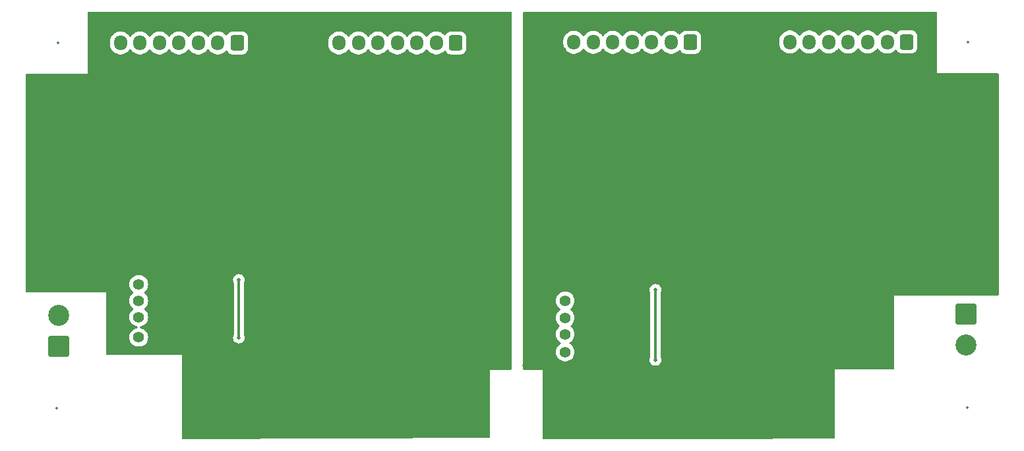
<source format=gbr>
%TF.GenerationSoftware,KiCad,Pcbnew,8.0.4*%
%TF.CreationDate,2024-09-13T15:55:04+09:00*%
%TF.ProjectId,LTC6811_ESP32_Slaves_V5,4c544336-3831-4315-9f45-535033325f53,rev?*%
%TF.SameCoordinates,Original*%
%TF.FileFunction,Copper,L2,Bot*%
%TF.FilePolarity,Positive*%
%FSLAX46Y46*%
G04 Gerber Fmt 4.6, Leading zero omitted, Abs format (unit mm)*
G04 Created by KiCad (PCBNEW 8.0.4) date 2024-09-13 15:55:04*
%MOMM*%
%LPD*%
G01*
G04 APERTURE LIST*
G04 Aperture macros list*
%AMRoundRect*
0 Rectangle with rounded corners*
0 $1 Rounding radius*
0 $2 $3 $4 $5 $6 $7 $8 $9 X,Y pos of 4 corners*
0 Add a 4 corners polygon primitive as box body*
4,1,4,$2,$3,$4,$5,$6,$7,$8,$9,$2,$3,0*
0 Add four circle primitives for the rounded corners*
1,1,$1+$1,$2,$3*
1,1,$1+$1,$4,$5*
1,1,$1+$1,$6,$7*
1,1,$1+$1,$8,$9*
0 Add four rect primitives between the rounded corners*
20,1,$1+$1,$2,$3,$4,$5,0*
20,1,$1+$1,$4,$5,$6,$7,0*
20,1,$1+$1,$6,$7,$8,$9,0*
20,1,$1+$1,$8,$9,$2,$3,0*%
G04 Aperture macros list end*
%TA.AperFunction,ComponentPad*%
%ADD10RoundRect,0.250001X-1.099999X1.099999X-1.099999X-1.099999X1.099999X-1.099999X1.099999X1.099999X0*%
%TD*%
%TA.AperFunction,ComponentPad*%
%ADD11C,2.700000*%
%TD*%
%TA.AperFunction,ComponentPad*%
%ADD12C,1.400000*%
%TD*%
%TA.AperFunction,ComponentPad*%
%ADD13O,1.400000X1.400000*%
%TD*%
%TA.AperFunction,ComponentPad*%
%ADD14O,1.700000X1.950000*%
%TD*%
%TA.AperFunction,ComponentPad*%
%ADD15RoundRect,0.250000X0.600000X0.725000X-0.600000X0.725000X-0.600000X-0.725000X0.600000X-0.725000X0*%
%TD*%
%TA.AperFunction,ComponentPad*%
%ADD16RoundRect,0.250001X1.099999X-1.099999X1.099999X1.099999X-1.099999X1.099999X-1.099999X-1.099999X0*%
%TD*%
%TA.AperFunction,ViaPad*%
%ADD17C,0.800000*%
%TD*%
%TA.AperFunction,ViaPad*%
%ADD18C,0.500000*%
%TD*%
%TA.AperFunction,Conductor*%
%ADD19C,0.300000*%
%TD*%
%ADD20C,0.350000*%
%ADD21C,0.300000*%
G04 APERTURE END LIST*
D10*
%TO.P,J9,1,Pin_1*%
%TO.N,Net-(J9-Pin_1)*%
X355750000Y-153950572D03*
D11*
%TO.P,J9,2,Pin_2*%
%TO.N,Net-(J9-Pin_2)*%
X355750000Y-157910572D03*
%TD*%
D12*
%TO.P,TH19,1*%
%TO.N,/LTC6811_4/T4*%
X304295000Y-154400000D03*
D13*
%TO.P,TH19,2*%
%TO.N,GND_PACK*%
X306195000Y-154400000D03*
%TD*%
D14*
%TO.P,J15,0,Pin_1*%
%TO.N,/LTC6811_3/C1_G*%
X247200000Y-119041928D03*
%TO.P,J15,1,Pin_2*%
%TO.N,/LTC6811_3/C1*%
X249700000Y-119041928D03*
%TO.P,J15,2,Pin_3*%
%TO.N,/LTC6811_3/C2*%
X252200000Y-119041928D03*
%TO.P,J15,3,Pin_4*%
%TO.N,/LTC6811_3/C3*%
X254700000Y-119041928D03*
%TO.P,J15,4,Pin_5*%
%TO.N,/LTC6811_3/C4*%
X257200000Y-119041928D03*
%TO.P,J15,5,Pin_6*%
%TO.N,/LTC6811_3/C5*%
X259700000Y-119041928D03*
D15*
%TO.P,J15,6,Pin_7*%
%TO.N,/LTC6811_3/C6*%
X262200000Y-119041928D03*
%TD*%
D14*
%TO.P,J14,0,Pin_1*%
%TO.N,/LTC6811_3/C6*%
X275250000Y-119041928D03*
%TO.P,J14,1,Pin_2*%
%TO.N,/LTC6811_3/C7*%
X277750000Y-119041928D03*
%TO.P,J14,2,Pin_3*%
%TO.N,/LTC6811_3/C8*%
X280250000Y-119041928D03*
%TO.P,J14,3,Pin_4*%
%TO.N,/LTC6811_3/C9*%
X282750000Y-119041928D03*
%TO.P,J14,4,Pin_5*%
%TO.N,/LTC6811_3/C10*%
X285250000Y-119041928D03*
%TO.P,J14,5,Pin_6*%
%TO.N,/LTC6811_3/C11*%
X287750000Y-119041928D03*
D15*
%TO.P,J14,6,Pin_7*%
%TO.N,/LTC6811_3/C12*%
X290250000Y-119041928D03*
%TD*%
D12*
%TO.P,TH20,1*%
%TO.N,/LTC6811_4/T5*%
X304295000Y-152200000D03*
D13*
%TO.P,TH20,2*%
%TO.N,GND_PACK*%
X306195000Y-152200000D03*
%TD*%
D12*
%TO.P,TH17,1*%
%TO.N,/LTC6811_4/T2*%
X304300000Y-158800000D03*
D13*
%TO.P,TH17,2*%
%TO.N,GND_PACK*%
X306200000Y-158800000D03*
%TD*%
D14*
%TO.P,J17,0,Pin_1*%
%TO.N,/LTC6811_4/C1_G*%
X305400000Y-118958072D03*
%TO.P,J17,1,Pin_2*%
%TO.N,/LTC6811_4/C1*%
X307900000Y-118958072D03*
%TO.P,J17,2,Pin_3*%
%TO.N,/LTC6811_4/C2*%
X310400000Y-118958072D03*
%TO.P,J17,3,Pin_4*%
%TO.N,/LTC6811_4/C3*%
X312900000Y-118958072D03*
%TO.P,J17,4,Pin_5*%
%TO.N,/LTC6811_4/C4*%
X315400000Y-118958072D03*
%TO.P,J17,5,Pin_6*%
%TO.N,/LTC6811_4/C5*%
X317900000Y-118958072D03*
D15*
%TO.P,J17,6,Pin_7*%
%TO.N,/LTC6811_4/C6*%
X320400000Y-118958072D03*
%TD*%
D16*
%TO.P,J22,1,Pin_1*%
%TO.N,Net-(J22-Pin_1)*%
X239300000Y-158057500D03*
D11*
%TO.P,J22,2,Pin_2*%
%TO.N,Net-(J22-Pin_2)*%
X239300000Y-154097500D03*
%TD*%
D12*
%TO.P,TH18,1*%
%TO.N,/LTC6811_4/T3*%
X304300000Y-156500000D03*
D13*
%TO.P,TH18,2*%
%TO.N,GND_PACK*%
X306200000Y-156500000D03*
%TD*%
D12*
%TO.P,TH15,1*%
%TO.N,/LTC6811_3/T5*%
X249545000Y-150100000D03*
D13*
%TO.P,TH15,2*%
%TO.N,GND_PACK*%
X251445000Y-150100000D03*
%TD*%
D14*
%TO.P,J16,0,Pin_1*%
%TO.N,/LTC6811_4/C6*%
X333150000Y-118925000D03*
%TO.P,J16,1,Pin_2*%
%TO.N,/LTC6811_4/C7*%
X335650000Y-118925000D03*
%TO.P,J16,2,Pin_3*%
%TO.N,/LTC6811_4/C8*%
X338150000Y-118925000D03*
%TO.P,J16,3,Pin_4*%
%TO.N,/LTC6811_4/C9*%
X340650000Y-118925000D03*
%TO.P,J16,4,Pin_5*%
%TO.N,/LTC6811_4/C10*%
X343150000Y-118925000D03*
%TO.P,J16,5,Pin_6*%
%TO.N,/LTC6811_4/C11*%
X345650000Y-118925000D03*
D15*
%TO.P,J16,6,Pin_7*%
%TO.N,/LTC6811_4/C12*%
X348150000Y-118925000D03*
%TD*%
D12*
%TO.P,TH12,1*%
%TO.N,/LTC6811_3/T2*%
X249545000Y-156900000D03*
D13*
%TO.P,TH12,2*%
%TO.N,GND_PACK*%
X251445000Y-156900000D03*
%TD*%
D12*
%TO.P,TH13,1*%
%TO.N,/LTC6811_3/T3*%
X249550000Y-154300000D03*
D13*
%TO.P,TH13,2*%
%TO.N,GND_PACK*%
X251450000Y-154300000D03*
%TD*%
D12*
%TO.P,TH14,1*%
%TO.N,/LTC6811_3/T4*%
X249545000Y-152200000D03*
D13*
%TO.P,TH14,2*%
%TO.N,GND_PACK*%
X251445000Y-152200000D03*
%TD*%
D17*
%TO.N,GND_PACK*%
X267250000Y-118141928D03*
X278000000Y-164000000D03*
D18*
X276950000Y-141241928D03*
D17*
X267000000Y-164000000D03*
X359450000Y-127400000D03*
X306000000Y-121958072D03*
X294050000Y-160500000D03*
X244000000Y-148000000D03*
X302000000Y-148000000D03*
X359400000Y-131875000D03*
X330000000Y-154000000D03*
X328000000Y-115958072D03*
X243600000Y-115800000D03*
X257900000Y-148950000D03*
X294050000Y-155041928D03*
X248000000Y-146000000D03*
D18*
X258150000Y-141241928D03*
D17*
X356000000Y-149958072D03*
X265800000Y-155591928D03*
X256000000Y-160000000D03*
D18*
X262850000Y-141241928D03*
D17*
X354000000Y-147958072D03*
X314000000Y-160000000D03*
X324000000Y-117958072D03*
X328000000Y-117958072D03*
X356000000Y-147958072D03*
X324000000Y-168000000D03*
D18*
X311575000Y-141100000D03*
D17*
X235750000Y-136050000D03*
X296050000Y-128041928D03*
X290050000Y-148041928D03*
X269025000Y-151225000D03*
X282050000Y-151241928D03*
X334000000Y-115958072D03*
X295050000Y-140041928D03*
D18*
X344275000Y-141100000D03*
X244050000Y-141241928D03*
D17*
X293000000Y-165000000D03*
X314000000Y-167000000D03*
X328000000Y-119958072D03*
X336000000Y-169500000D03*
X329975000Y-120150000D03*
X278000000Y-168000000D03*
X341975000Y-149000000D03*
X338000000Y-115958072D03*
X318000000Y-168000000D03*
X296050000Y-124041928D03*
X316000000Y-162000000D03*
X235750000Y-140050000D03*
X265800000Y-158300000D03*
X354000000Y-149958072D03*
X350000000Y-147958072D03*
X320000000Y-162000000D03*
X238000000Y-132100000D03*
X344700000Y-148658072D03*
D18*
X253550000Y-141241928D03*
D17*
X259500000Y-148950000D03*
X240000000Y-146000000D03*
X357475000Y-142500000D03*
X269250000Y-120291928D03*
X358000000Y-149958072D03*
X358000000Y-147958072D03*
X322000000Y-154000000D03*
D18*
X330275000Y-141100000D03*
D17*
X263000000Y-164000000D03*
X318000000Y-162000000D03*
X315500000Y-165500000D03*
X274000000Y-168000000D03*
X238000000Y-140041928D03*
X276750000Y-161641928D03*
X296050000Y-136041928D03*
X238000000Y-148000000D03*
X238000000Y-144041928D03*
X303000000Y-167000000D03*
X310000000Y-164000000D03*
X260000000Y-160000000D03*
X290050000Y-146041928D03*
X308000000Y-167000000D03*
X296050000Y-160500000D03*
X280050000Y-168041928D03*
X304000000Y-119958072D03*
X281250000Y-116141928D03*
X276000000Y-164000000D03*
X239250000Y-141141928D03*
X336000000Y-164000000D03*
X352000000Y-149958072D03*
X258000000Y-162000000D03*
X296050000Y-120000000D03*
X242000000Y-146000000D03*
X306775000Y-148000000D03*
X350000000Y-115958072D03*
X274000000Y-164000000D03*
X294050000Y-148041928D03*
X310775000Y-148000000D03*
X273250000Y-116141928D03*
X314775000Y-148000000D03*
X330000000Y-115958072D03*
X235750000Y-132050000D03*
X244000000Y-146000000D03*
X242000000Y-130000000D03*
X301000000Y-160500000D03*
X330700000Y-157658072D03*
X261000000Y-150225000D03*
X239250000Y-144141928D03*
X310000000Y-167000000D03*
X332200000Y-159658072D03*
X326000000Y-154000000D03*
X299200000Y-160500000D03*
X277250000Y-116141928D03*
X242000000Y-128000000D03*
D18*
X290850000Y-141241928D03*
D17*
X334000000Y-151000000D03*
X331000000Y-169500000D03*
X303000000Y-165000000D03*
X336000000Y-162500000D03*
X312000000Y-160000000D03*
X258000000Y-166000000D03*
X238000000Y-130000000D03*
X357475000Y-139500000D03*
X359400000Y-136075000D03*
X235700000Y-148300000D03*
X303000000Y-160500000D03*
X295050000Y-142041928D03*
X346000000Y-115958072D03*
X308000000Y-169500000D03*
D18*
X306975000Y-141100000D03*
D17*
X310000000Y-161500000D03*
X320000000Y-164000000D03*
X312000000Y-161500000D03*
X276000000Y-168000000D03*
X303000000Y-163000000D03*
X301975000Y-144000000D03*
X294050000Y-146041928D03*
X302000000Y-121958072D03*
D18*
X272150000Y-141241928D03*
D17*
X306000000Y-123958072D03*
X303000000Y-169000000D03*
X240000000Y-148000000D03*
X326000000Y-169500000D03*
X294050000Y-153041928D03*
D18*
X339575000Y-141100000D03*
X281550000Y-141241928D03*
X286150000Y-141241928D03*
D17*
X310000000Y-169500000D03*
X330800000Y-165500000D03*
D18*
X325675000Y-141100000D03*
D17*
X336000000Y-166000000D03*
X302000000Y-123958072D03*
X289250000Y-116141928D03*
X293000000Y-163000000D03*
X340000000Y-151000000D03*
X292050000Y-148041928D03*
X308000000Y-164000000D03*
X280050000Y-151241928D03*
D18*
X334975000Y-141100000D03*
D17*
X301975000Y-128000000D03*
X293000000Y-169000000D03*
X318000000Y-164000000D03*
X272050000Y-151241928D03*
X293250000Y-116141928D03*
X300000000Y-115958072D03*
X292050000Y-150041928D03*
X303975000Y-128000000D03*
D18*
X316275000Y-141100000D03*
D17*
X296050000Y-132041928D03*
X314000000Y-161500000D03*
D18*
X353575000Y-141100000D03*
D17*
X258000000Y-158000000D03*
X262000000Y-158000000D03*
X331975000Y-152000000D03*
X293000000Y-167000000D03*
X322000000Y-168000000D03*
X338000000Y-151000000D03*
X294050000Y-150041928D03*
X258000000Y-164000000D03*
X282050000Y-168041928D03*
X320000000Y-168000000D03*
X285250000Y-116141928D03*
X235750000Y-144050000D03*
X296050000Y-116000000D03*
X265000000Y-164000000D03*
X342000000Y-115958072D03*
X314000000Y-164000000D03*
X240000000Y-130000000D03*
X350000000Y-149958072D03*
X326000000Y-156000000D03*
X330000000Y-117958072D03*
X359400000Y-123950000D03*
X238000000Y-128000000D03*
X271250000Y-118141928D03*
X256250000Y-148950000D03*
X336000000Y-168000000D03*
X319299250Y-158524122D03*
D18*
X248750000Y-141241928D03*
D17*
X303975000Y-130000000D03*
D18*
X320975000Y-141100000D03*
D17*
X276050000Y-151241928D03*
X240000000Y-128000000D03*
X238000000Y-146000000D03*
X235700000Y-128000000D03*
D18*
X267550000Y-141241928D03*
D17*
X238000000Y-136041928D03*
D18*
X348875000Y-141100000D03*
D17*
X258000000Y-160000000D03*
X258000000Y-168000000D03*
X296050000Y-158041928D03*
X301975000Y-141000000D03*
X301975000Y-130000000D03*
X265000000Y-167000000D03*
X256000000Y-158000000D03*
X246000000Y-146000000D03*
X336000000Y-151000000D03*
X242000000Y-148000000D03*
D18*
%TO.N,/LTC6811_3/cell1/S*%
X262400000Y-149529428D03*
X262400000Y-156929428D03*
%TO.N,/LTC6811_4/cell1/S*%
X315900000Y-150800000D03*
X315900000Y-159800000D03*
%TD*%
D19*
%TO.N,/LTC6811_3/cell1/S*%
X262400000Y-156929428D02*
X262400000Y-149529428D01*
%TO.N,/LTC6811_4/cell1/S*%
X315900000Y-159800000D02*
X315900000Y-150800000D01*
%TD*%
%TA.AperFunction,Conductor*%
%TO.N,GND_PACK*%
G36*
X297343039Y-115030185D02*
G01*
X297388794Y-115082989D01*
X297400000Y-115134500D01*
X297400000Y-160976000D01*
X297380315Y-161043039D01*
X297327511Y-161088794D01*
X297276000Y-161100000D01*
X294600000Y-161100000D01*
X294600000Y-169727299D01*
X294580315Y-169794338D01*
X294527511Y-169840093D01*
X294476397Y-169851298D01*
X255224397Y-169977105D01*
X255157295Y-169957636D01*
X255111371Y-169904979D01*
X255100000Y-169853106D01*
X255100000Y-159200000D01*
X245524000Y-159200000D01*
X245456961Y-159180315D01*
X245411206Y-159127511D01*
X245400000Y-159076000D01*
X245400000Y-151100000D01*
X235134500Y-151100000D01*
X235067461Y-151080315D01*
X235021706Y-151027511D01*
X235010500Y-150976000D01*
X235010500Y-150099999D01*
X248339357Y-150099999D01*
X248339357Y-150100000D01*
X248359884Y-150321535D01*
X248359885Y-150321537D01*
X248420769Y-150535523D01*
X248420775Y-150535538D01*
X248519938Y-150734683D01*
X248519943Y-150734691D01*
X248654018Y-150912235D01*
X248814312Y-151058363D01*
X248850593Y-151118075D01*
X248848832Y-151187922D01*
X248814312Y-151241637D01*
X248654018Y-151387764D01*
X248519943Y-151565308D01*
X248519938Y-151565316D01*
X248420775Y-151764461D01*
X248420769Y-151764476D01*
X248359885Y-151978462D01*
X248359884Y-151978464D01*
X248339357Y-152199999D01*
X248339357Y-152200000D01*
X248359884Y-152421535D01*
X248359885Y-152421537D01*
X248420769Y-152635523D01*
X248420775Y-152635538D01*
X248519938Y-152834683D01*
X248519943Y-152834691D01*
X248654018Y-153012235D01*
X248816812Y-153160642D01*
X248853093Y-153220354D01*
X248851332Y-153290201D01*
X248816812Y-153343916D01*
X248659018Y-153487764D01*
X248524943Y-153665308D01*
X248524938Y-153665316D01*
X248425775Y-153864461D01*
X248425769Y-153864476D01*
X248364885Y-154078462D01*
X248364884Y-154078464D01*
X248344357Y-154299999D01*
X248344357Y-154300000D01*
X248364884Y-154521535D01*
X248364885Y-154521537D01*
X248425769Y-154735523D01*
X248425775Y-154735538D01*
X248524938Y-154934683D01*
X248524943Y-154934691D01*
X248659020Y-155112238D01*
X248823437Y-155262123D01*
X248823439Y-155262125D01*
X249012595Y-155379245D01*
X249012596Y-155379245D01*
X249012599Y-155379247D01*
X249220060Y-155459618D01*
X249316493Y-155477644D01*
X249378771Y-155509311D01*
X249414044Y-155569623D01*
X249411110Y-155639431D01*
X249370902Y-155696572D01*
X249316491Y-155721420D01*
X249215071Y-155740379D01*
X249215062Y-155740381D01*
X249215060Y-155740382D01*
X249083864Y-155791207D01*
X249007601Y-155820752D01*
X249007595Y-155820754D01*
X248818439Y-155937874D01*
X248818437Y-155937876D01*
X248654020Y-156087761D01*
X248519943Y-156265308D01*
X248519938Y-156265316D01*
X248420775Y-156464461D01*
X248420769Y-156464476D01*
X248359885Y-156678462D01*
X248359884Y-156678464D01*
X248339357Y-156899999D01*
X248339357Y-156900000D01*
X248359884Y-157121535D01*
X248359885Y-157121537D01*
X248420769Y-157335523D01*
X248420775Y-157335538D01*
X248519938Y-157534683D01*
X248519943Y-157534691D01*
X248654020Y-157712238D01*
X248818437Y-157862123D01*
X248818439Y-157862125D01*
X249007595Y-157979245D01*
X249007596Y-157979245D01*
X249007599Y-157979247D01*
X249215060Y-158059618D01*
X249433757Y-158100500D01*
X249433759Y-158100500D01*
X249656241Y-158100500D01*
X249656243Y-158100500D01*
X249874940Y-158059618D01*
X250082401Y-157979247D01*
X250271562Y-157862124D01*
X250435981Y-157712236D01*
X250570058Y-157534689D01*
X250669229Y-157335528D01*
X250730115Y-157121536D01*
X250750643Y-156900000D01*
X250730115Y-156678464D01*
X250669229Y-156464472D01*
X250669224Y-156464461D01*
X250570061Y-156265316D01*
X250570056Y-156265308D01*
X250435979Y-156087761D01*
X250271562Y-155937876D01*
X250271560Y-155937874D01*
X250082404Y-155820754D01*
X250082398Y-155820752D01*
X249874940Y-155740382D01*
X249778506Y-155722355D01*
X249716228Y-155690687D01*
X249680955Y-155630375D01*
X249683889Y-155560567D01*
X249724098Y-155503427D01*
X249778505Y-155478579D01*
X249879940Y-155459618D01*
X250087401Y-155379247D01*
X250276562Y-155262124D01*
X250440981Y-155112236D01*
X250575058Y-154934689D01*
X250674229Y-154735528D01*
X250735115Y-154521536D01*
X250755643Y-154300000D01*
X250735115Y-154078464D01*
X250674229Y-153864472D01*
X250674224Y-153864461D01*
X250575061Y-153665316D01*
X250575056Y-153665308D01*
X250440981Y-153487764D01*
X250278187Y-153339357D01*
X250241906Y-153279645D01*
X250243667Y-153209798D01*
X250278187Y-153156084D01*
X250435981Y-153012236D01*
X250570058Y-152834689D01*
X250669229Y-152635528D01*
X250730115Y-152421536D01*
X250750643Y-152200000D01*
X250730115Y-151978464D01*
X250669229Y-151764472D01*
X250669224Y-151764461D01*
X250570061Y-151565316D01*
X250570056Y-151565308D01*
X250435979Y-151387761D01*
X250275688Y-151241637D01*
X250239406Y-151181926D01*
X250241167Y-151112078D01*
X250275688Y-151058363D01*
X250435979Y-150912238D01*
X250435982Y-150912235D01*
X250570058Y-150734689D01*
X250669229Y-150535528D01*
X250730115Y-150321536D01*
X250750643Y-150100000D01*
X250730115Y-149878464D01*
X250669229Y-149664472D01*
X250601985Y-149529428D01*
X250601984Y-149529425D01*
X261644751Y-149529425D01*
X261644751Y-149529430D01*
X261663686Y-149697485D01*
X261719542Y-149857115D01*
X261719544Y-149857118D01*
X261730493Y-149874543D01*
X261749500Y-149940515D01*
X261749500Y-156518339D01*
X261730495Y-156584310D01*
X261719544Y-156601738D01*
X261663685Y-156761371D01*
X261644751Y-156929425D01*
X261644751Y-156929430D01*
X261663685Y-157097484D01*
X261719545Y-157257122D01*
X261719547Y-157257125D01*
X261809518Y-157400312D01*
X261809523Y-157400318D01*
X261929109Y-157519904D01*
X261929115Y-157519909D01*
X262072302Y-157609880D01*
X262072305Y-157609882D01*
X262072309Y-157609883D01*
X262072310Y-157609884D01*
X262144913Y-157635288D01*
X262231943Y-157665742D01*
X262399997Y-157684677D01*
X262400000Y-157684677D01*
X262400003Y-157684677D01*
X262568056Y-157665742D01*
X262568059Y-157665741D01*
X262727690Y-157609884D01*
X262727692Y-157609882D01*
X262727694Y-157609882D01*
X262727697Y-157609880D01*
X262870884Y-157519909D01*
X262870885Y-157519908D01*
X262870890Y-157519905D01*
X262990477Y-157400318D01*
X263031181Y-157335538D01*
X263080452Y-157257125D01*
X263080454Y-157257122D01*
X263080454Y-157257120D01*
X263080456Y-157257118D01*
X263136313Y-157097487D01*
X263136313Y-157097486D01*
X263136314Y-157097484D01*
X263155249Y-156929430D01*
X263155249Y-156929425D01*
X263136314Y-156761371D01*
X263107303Y-156678464D01*
X263080456Y-156601738D01*
X263069504Y-156584309D01*
X263050500Y-156518339D01*
X263050500Y-149940515D01*
X263069506Y-149874543D01*
X263080456Y-149857118D01*
X263136313Y-149697487D01*
X263155249Y-149529428D01*
X263155249Y-149529425D01*
X263136314Y-149361371D01*
X263080454Y-149201733D01*
X263080452Y-149201730D01*
X262990481Y-149058543D01*
X262990476Y-149058537D01*
X262870890Y-148938951D01*
X262870884Y-148938946D01*
X262727697Y-148848975D01*
X262727694Y-148848973D01*
X262568056Y-148793113D01*
X262400003Y-148774179D01*
X262399997Y-148774179D01*
X262231943Y-148793113D01*
X262072305Y-148848973D01*
X262072302Y-148848975D01*
X261929115Y-148938946D01*
X261929109Y-148938951D01*
X261809523Y-149058537D01*
X261809518Y-149058543D01*
X261719547Y-149201730D01*
X261719545Y-149201733D01*
X261663685Y-149361371D01*
X261644751Y-149529425D01*
X250601984Y-149529425D01*
X250570061Y-149465316D01*
X250570056Y-149465308D01*
X250435979Y-149287761D01*
X250271562Y-149137876D01*
X250271560Y-149137874D01*
X250082404Y-149020754D01*
X250082398Y-149020752D01*
X249874940Y-148940382D01*
X249656243Y-148899500D01*
X249433757Y-148899500D01*
X249215060Y-148940382D01*
X249083864Y-148991207D01*
X249007601Y-149020752D01*
X249007595Y-149020754D01*
X248818439Y-149137874D01*
X248818437Y-149137876D01*
X248654020Y-149287761D01*
X248519943Y-149465308D01*
X248519938Y-149465316D01*
X248420775Y-149664461D01*
X248420769Y-149664476D01*
X248359885Y-149878462D01*
X248359884Y-149878464D01*
X248339357Y-150099999D01*
X235010500Y-150099999D01*
X235010500Y-123124000D01*
X235030185Y-123056961D01*
X235082989Y-123011206D01*
X235134500Y-123000000D01*
X243000000Y-123000000D01*
X243000000Y-118810641D01*
X245849500Y-118810641D01*
X245849500Y-119273214D01*
X245882753Y-119483167D01*
X245948444Y-119685342D01*
X246044951Y-119874748D01*
X246169890Y-120046714D01*
X246320213Y-120197037D01*
X246492179Y-120321976D01*
X246492181Y-120321977D01*
X246492184Y-120321979D01*
X246681588Y-120418485D01*
X246883757Y-120484174D01*
X247093713Y-120517428D01*
X247093714Y-120517428D01*
X247306286Y-120517428D01*
X247306287Y-120517428D01*
X247516243Y-120484174D01*
X247718412Y-120418485D01*
X247907816Y-120321979D01*
X247929789Y-120306014D01*
X248079786Y-120197037D01*
X248079788Y-120197034D01*
X248079792Y-120197032D01*
X248230104Y-120046720D01*
X248349683Y-119882132D01*
X248405011Y-119839468D01*
X248474624Y-119833489D01*
X248536420Y-119866094D01*
X248550313Y-119882127D01*
X248653925Y-120024737D01*
X248669896Y-120046720D01*
X248820213Y-120197037D01*
X248992179Y-120321976D01*
X248992181Y-120321977D01*
X248992184Y-120321979D01*
X249181588Y-120418485D01*
X249383757Y-120484174D01*
X249593713Y-120517428D01*
X249593714Y-120517428D01*
X249806286Y-120517428D01*
X249806287Y-120517428D01*
X250016243Y-120484174D01*
X250218412Y-120418485D01*
X250407816Y-120321979D01*
X250429789Y-120306014D01*
X250579786Y-120197037D01*
X250579788Y-120197034D01*
X250579792Y-120197032D01*
X250730104Y-120046720D01*
X250849683Y-119882132D01*
X250905011Y-119839468D01*
X250974624Y-119833489D01*
X251036420Y-119866094D01*
X251050313Y-119882127D01*
X251153925Y-120024737D01*
X251169896Y-120046720D01*
X251320213Y-120197037D01*
X251492179Y-120321976D01*
X251492181Y-120321977D01*
X251492184Y-120321979D01*
X251681588Y-120418485D01*
X251883757Y-120484174D01*
X252093713Y-120517428D01*
X252093714Y-120517428D01*
X252306286Y-120517428D01*
X252306287Y-120517428D01*
X252516243Y-120484174D01*
X252718412Y-120418485D01*
X252907816Y-120321979D01*
X252929789Y-120306014D01*
X253079786Y-120197037D01*
X253079788Y-120197034D01*
X253079792Y-120197032D01*
X253230104Y-120046720D01*
X253349683Y-119882132D01*
X253405011Y-119839468D01*
X253474624Y-119833489D01*
X253536420Y-119866094D01*
X253550313Y-119882127D01*
X253653925Y-120024737D01*
X253669896Y-120046720D01*
X253820213Y-120197037D01*
X253992179Y-120321976D01*
X253992181Y-120321977D01*
X253992184Y-120321979D01*
X254181588Y-120418485D01*
X254383757Y-120484174D01*
X254593713Y-120517428D01*
X254593714Y-120517428D01*
X254806286Y-120517428D01*
X254806287Y-120517428D01*
X255016243Y-120484174D01*
X255218412Y-120418485D01*
X255407816Y-120321979D01*
X255429789Y-120306014D01*
X255579786Y-120197037D01*
X255579788Y-120197034D01*
X255579792Y-120197032D01*
X255730104Y-120046720D01*
X255849683Y-119882132D01*
X255905011Y-119839468D01*
X255974624Y-119833489D01*
X256036420Y-119866094D01*
X256050313Y-119882127D01*
X256153925Y-120024737D01*
X256169896Y-120046720D01*
X256320213Y-120197037D01*
X256492179Y-120321976D01*
X256492181Y-120321977D01*
X256492184Y-120321979D01*
X256681588Y-120418485D01*
X256883757Y-120484174D01*
X257093713Y-120517428D01*
X257093714Y-120517428D01*
X257306286Y-120517428D01*
X257306287Y-120517428D01*
X257516243Y-120484174D01*
X257718412Y-120418485D01*
X257907816Y-120321979D01*
X257929789Y-120306014D01*
X258079786Y-120197037D01*
X258079788Y-120197034D01*
X258079792Y-120197032D01*
X258230104Y-120046720D01*
X258349683Y-119882132D01*
X258405011Y-119839468D01*
X258474624Y-119833489D01*
X258536420Y-119866094D01*
X258550313Y-119882127D01*
X258653925Y-120024737D01*
X258669896Y-120046720D01*
X258820213Y-120197037D01*
X258992179Y-120321976D01*
X258992181Y-120321977D01*
X258992184Y-120321979D01*
X259181588Y-120418485D01*
X259383757Y-120484174D01*
X259593713Y-120517428D01*
X259593714Y-120517428D01*
X259806286Y-120517428D01*
X259806287Y-120517428D01*
X260016243Y-120484174D01*
X260218412Y-120418485D01*
X260407816Y-120321979D01*
X260579792Y-120197032D01*
X260718604Y-120058219D01*
X260779923Y-120024737D01*
X260849615Y-120029721D01*
X260905549Y-120071592D01*
X260911821Y-120080806D01*
X260915185Y-120086261D01*
X260915186Y-120086262D01*
X261007288Y-120235584D01*
X261131344Y-120359640D01*
X261280666Y-120451742D01*
X261447203Y-120506927D01*
X261549991Y-120517428D01*
X262850008Y-120517427D01*
X262952797Y-120506927D01*
X263119334Y-120451742D01*
X263268656Y-120359640D01*
X263392712Y-120235584D01*
X263484814Y-120086262D01*
X263539999Y-119919725D01*
X263550500Y-119816937D01*
X263550499Y-118810641D01*
X273899500Y-118810641D01*
X273899500Y-119273214D01*
X273932753Y-119483167D01*
X273998444Y-119685342D01*
X274094951Y-119874748D01*
X274219890Y-120046714D01*
X274370213Y-120197037D01*
X274542179Y-120321976D01*
X274542181Y-120321977D01*
X274542184Y-120321979D01*
X274731588Y-120418485D01*
X274933757Y-120484174D01*
X275143713Y-120517428D01*
X275143714Y-120517428D01*
X275356286Y-120517428D01*
X275356287Y-120517428D01*
X275566243Y-120484174D01*
X275768412Y-120418485D01*
X275957816Y-120321979D01*
X275979789Y-120306014D01*
X276129786Y-120197037D01*
X276129788Y-120197034D01*
X276129792Y-120197032D01*
X276280104Y-120046720D01*
X276399683Y-119882132D01*
X276455011Y-119839468D01*
X276524624Y-119833489D01*
X276586420Y-119866094D01*
X276600313Y-119882127D01*
X276703925Y-120024737D01*
X276719896Y-120046720D01*
X276870213Y-120197037D01*
X277042179Y-120321976D01*
X277042181Y-120321977D01*
X277042184Y-120321979D01*
X277231588Y-120418485D01*
X277433757Y-120484174D01*
X277643713Y-120517428D01*
X277643714Y-120517428D01*
X277856286Y-120517428D01*
X277856287Y-120517428D01*
X278066243Y-120484174D01*
X278268412Y-120418485D01*
X278457816Y-120321979D01*
X278479789Y-120306014D01*
X278629786Y-120197037D01*
X278629788Y-120197034D01*
X278629792Y-120197032D01*
X278780104Y-120046720D01*
X278899683Y-119882132D01*
X278955011Y-119839468D01*
X279024624Y-119833489D01*
X279086420Y-119866094D01*
X279100313Y-119882127D01*
X279203925Y-120024737D01*
X279219896Y-120046720D01*
X279370213Y-120197037D01*
X279542179Y-120321976D01*
X279542181Y-120321977D01*
X279542184Y-120321979D01*
X279731588Y-120418485D01*
X279933757Y-120484174D01*
X280143713Y-120517428D01*
X280143714Y-120517428D01*
X280356286Y-120517428D01*
X280356287Y-120517428D01*
X280566243Y-120484174D01*
X280768412Y-120418485D01*
X280957816Y-120321979D01*
X280979789Y-120306014D01*
X281129786Y-120197037D01*
X281129788Y-120197034D01*
X281129792Y-120197032D01*
X281280104Y-120046720D01*
X281399683Y-119882132D01*
X281455011Y-119839468D01*
X281524624Y-119833489D01*
X281586420Y-119866094D01*
X281600313Y-119882127D01*
X281703925Y-120024737D01*
X281719896Y-120046720D01*
X281870213Y-120197037D01*
X282042179Y-120321976D01*
X282042181Y-120321977D01*
X282042184Y-120321979D01*
X282231588Y-120418485D01*
X282433757Y-120484174D01*
X282643713Y-120517428D01*
X282643714Y-120517428D01*
X282856286Y-120517428D01*
X282856287Y-120517428D01*
X283066243Y-120484174D01*
X283268412Y-120418485D01*
X283457816Y-120321979D01*
X283479789Y-120306014D01*
X283629786Y-120197037D01*
X283629788Y-120197034D01*
X283629792Y-120197032D01*
X283780104Y-120046720D01*
X283899683Y-119882132D01*
X283955011Y-119839468D01*
X284024624Y-119833489D01*
X284086420Y-119866094D01*
X284100313Y-119882127D01*
X284203925Y-120024737D01*
X284219896Y-120046720D01*
X284370213Y-120197037D01*
X284542179Y-120321976D01*
X284542181Y-120321977D01*
X284542184Y-120321979D01*
X284731588Y-120418485D01*
X284933757Y-120484174D01*
X285143713Y-120517428D01*
X285143714Y-120517428D01*
X285356286Y-120517428D01*
X285356287Y-120517428D01*
X285566243Y-120484174D01*
X285768412Y-120418485D01*
X285957816Y-120321979D01*
X285979789Y-120306014D01*
X286129786Y-120197037D01*
X286129788Y-120197034D01*
X286129792Y-120197032D01*
X286280104Y-120046720D01*
X286399683Y-119882132D01*
X286455011Y-119839468D01*
X286524624Y-119833489D01*
X286586420Y-119866094D01*
X286600313Y-119882127D01*
X286703925Y-120024737D01*
X286719896Y-120046720D01*
X286870213Y-120197037D01*
X287042179Y-120321976D01*
X287042181Y-120321977D01*
X287042184Y-120321979D01*
X287231588Y-120418485D01*
X287433757Y-120484174D01*
X287643713Y-120517428D01*
X287643714Y-120517428D01*
X287856286Y-120517428D01*
X287856287Y-120517428D01*
X288066243Y-120484174D01*
X288268412Y-120418485D01*
X288457816Y-120321979D01*
X288629792Y-120197032D01*
X288768604Y-120058219D01*
X288829923Y-120024737D01*
X288899615Y-120029721D01*
X288955549Y-120071592D01*
X288961821Y-120080806D01*
X288965185Y-120086261D01*
X288965186Y-120086262D01*
X289057288Y-120235584D01*
X289181344Y-120359640D01*
X289330666Y-120451742D01*
X289497203Y-120506927D01*
X289599991Y-120517428D01*
X290900008Y-120517427D01*
X291002797Y-120506927D01*
X291169334Y-120451742D01*
X291318656Y-120359640D01*
X291442712Y-120235584D01*
X291534814Y-120086262D01*
X291589999Y-119919725D01*
X291600500Y-119816937D01*
X291600499Y-118266920D01*
X291589999Y-118164131D01*
X291534814Y-117997594D01*
X291442712Y-117848272D01*
X291318656Y-117724216D01*
X291169334Y-117632114D01*
X291002797Y-117576929D01*
X291002795Y-117576928D01*
X290900010Y-117566428D01*
X289599998Y-117566428D01*
X289599981Y-117566429D01*
X289497203Y-117576928D01*
X289497200Y-117576929D01*
X289330668Y-117632113D01*
X289330663Y-117632115D01*
X289181342Y-117724217D01*
X289057289Y-117848270D01*
X288961821Y-118003049D01*
X288909873Y-118049773D01*
X288840910Y-118060996D01*
X288776828Y-118033152D01*
X288768601Y-118025633D01*
X288629786Y-117886818D01*
X288457820Y-117761879D01*
X288268414Y-117665372D01*
X288268413Y-117665371D01*
X288268412Y-117665371D01*
X288066243Y-117599682D01*
X288066241Y-117599681D01*
X288066240Y-117599681D01*
X287904957Y-117574136D01*
X287856287Y-117566428D01*
X287643713Y-117566428D01*
X287595042Y-117574136D01*
X287433760Y-117599681D01*
X287231585Y-117665372D01*
X287042179Y-117761879D01*
X286870213Y-117886818D01*
X286719894Y-118037137D01*
X286719890Y-118037142D01*
X286600318Y-118201721D01*
X286544989Y-118244387D01*
X286475375Y-118250366D01*
X286413580Y-118217761D01*
X286399682Y-118201721D01*
X286280109Y-118037142D01*
X286280105Y-118037137D01*
X286129786Y-117886818D01*
X285957820Y-117761879D01*
X285768414Y-117665372D01*
X285768413Y-117665371D01*
X285768412Y-117665371D01*
X285566243Y-117599682D01*
X285566241Y-117599681D01*
X285566240Y-117599681D01*
X285404957Y-117574136D01*
X285356287Y-117566428D01*
X285143713Y-117566428D01*
X285095042Y-117574136D01*
X284933760Y-117599681D01*
X284731585Y-117665372D01*
X284542179Y-117761879D01*
X284370213Y-117886818D01*
X284219894Y-118037137D01*
X284219890Y-118037142D01*
X284100318Y-118201721D01*
X284044989Y-118244387D01*
X283975375Y-118250366D01*
X283913580Y-118217761D01*
X283899682Y-118201721D01*
X283780109Y-118037142D01*
X283780105Y-118037137D01*
X283629786Y-117886818D01*
X283457820Y-117761879D01*
X283268414Y-117665372D01*
X283268413Y-117665371D01*
X283268412Y-117665371D01*
X283066243Y-117599682D01*
X283066241Y-117599681D01*
X283066240Y-117599681D01*
X282904957Y-117574136D01*
X282856287Y-117566428D01*
X282643713Y-117566428D01*
X282595042Y-117574136D01*
X282433760Y-117599681D01*
X282231585Y-117665372D01*
X282042179Y-117761879D01*
X281870213Y-117886818D01*
X281719894Y-118037137D01*
X281719890Y-118037142D01*
X281600318Y-118201721D01*
X281544989Y-118244387D01*
X281475375Y-118250366D01*
X281413580Y-118217761D01*
X281399682Y-118201721D01*
X281280109Y-118037142D01*
X281280105Y-118037137D01*
X281129786Y-117886818D01*
X280957820Y-117761879D01*
X280768414Y-117665372D01*
X280768413Y-117665371D01*
X280768412Y-117665371D01*
X280566243Y-117599682D01*
X280566241Y-117599681D01*
X280566240Y-117599681D01*
X280404957Y-117574136D01*
X280356287Y-117566428D01*
X280143713Y-117566428D01*
X280095042Y-117574136D01*
X279933760Y-117599681D01*
X279731585Y-117665372D01*
X279542179Y-117761879D01*
X279370213Y-117886818D01*
X279219894Y-118037137D01*
X279219890Y-118037142D01*
X279100318Y-118201721D01*
X279044989Y-118244387D01*
X278975375Y-118250366D01*
X278913580Y-118217761D01*
X278899682Y-118201721D01*
X278780109Y-118037142D01*
X278780105Y-118037137D01*
X278629786Y-117886818D01*
X278457820Y-117761879D01*
X278268414Y-117665372D01*
X278268413Y-117665371D01*
X278268412Y-117665371D01*
X278066243Y-117599682D01*
X278066241Y-117599681D01*
X278066240Y-117599681D01*
X277904957Y-117574136D01*
X277856287Y-117566428D01*
X277643713Y-117566428D01*
X277595042Y-117574136D01*
X277433760Y-117599681D01*
X277231585Y-117665372D01*
X277042179Y-117761879D01*
X276870213Y-117886818D01*
X276719894Y-118037137D01*
X276719890Y-118037142D01*
X276600318Y-118201721D01*
X276544989Y-118244387D01*
X276475375Y-118250366D01*
X276413580Y-118217761D01*
X276399682Y-118201721D01*
X276280109Y-118037142D01*
X276280105Y-118037137D01*
X276129786Y-117886818D01*
X275957820Y-117761879D01*
X275768414Y-117665372D01*
X275768413Y-117665371D01*
X275768412Y-117665371D01*
X275566243Y-117599682D01*
X275566241Y-117599681D01*
X275566240Y-117599681D01*
X275404957Y-117574136D01*
X275356287Y-117566428D01*
X275143713Y-117566428D01*
X275095042Y-117574136D01*
X274933760Y-117599681D01*
X274731585Y-117665372D01*
X274542179Y-117761879D01*
X274370213Y-117886818D01*
X274219890Y-118037141D01*
X274094951Y-118209107D01*
X273998444Y-118398513D01*
X273932753Y-118600688D01*
X273899500Y-118810641D01*
X263550499Y-118810641D01*
X263550499Y-118266920D01*
X263539999Y-118164131D01*
X263484814Y-117997594D01*
X263392712Y-117848272D01*
X263268656Y-117724216D01*
X263119334Y-117632114D01*
X262952797Y-117576929D01*
X262952795Y-117576928D01*
X262850010Y-117566428D01*
X261549998Y-117566428D01*
X261549981Y-117566429D01*
X261447203Y-117576928D01*
X261447200Y-117576929D01*
X261280668Y-117632113D01*
X261280663Y-117632115D01*
X261131342Y-117724217D01*
X261007289Y-117848270D01*
X260911821Y-118003049D01*
X260859873Y-118049773D01*
X260790910Y-118060996D01*
X260726828Y-118033152D01*
X260718601Y-118025633D01*
X260579786Y-117886818D01*
X260407820Y-117761879D01*
X260218414Y-117665372D01*
X260218413Y-117665371D01*
X260218412Y-117665371D01*
X260016243Y-117599682D01*
X260016241Y-117599681D01*
X260016240Y-117599681D01*
X259854957Y-117574136D01*
X259806287Y-117566428D01*
X259593713Y-117566428D01*
X259545042Y-117574136D01*
X259383760Y-117599681D01*
X259181585Y-117665372D01*
X258992179Y-117761879D01*
X258820213Y-117886818D01*
X258669894Y-118037137D01*
X258669890Y-118037142D01*
X258550318Y-118201721D01*
X258494989Y-118244387D01*
X258425375Y-118250366D01*
X258363580Y-118217761D01*
X258349682Y-118201721D01*
X258230109Y-118037142D01*
X258230105Y-118037137D01*
X258079786Y-117886818D01*
X257907820Y-117761879D01*
X257718414Y-117665372D01*
X257718413Y-117665371D01*
X257718412Y-117665371D01*
X257516243Y-117599682D01*
X257516241Y-117599681D01*
X257516240Y-117599681D01*
X257354957Y-117574136D01*
X257306287Y-117566428D01*
X257093713Y-117566428D01*
X257045042Y-117574136D01*
X256883760Y-117599681D01*
X256681585Y-117665372D01*
X256492179Y-117761879D01*
X256320213Y-117886818D01*
X256169894Y-118037137D01*
X256169890Y-118037142D01*
X256050318Y-118201721D01*
X255994989Y-118244387D01*
X255925375Y-118250366D01*
X255863580Y-118217761D01*
X255849682Y-118201721D01*
X255730109Y-118037142D01*
X255730105Y-118037137D01*
X255579786Y-117886818D01*
X255407820Y-117761879D01*
X255218414Y-117665372D01*
X255218413Y-117665371D01*
X255218412Y-117665371D01*
X255016243Y-117599682D01*
X255016241Y-117599681D01*
X255016240Y-117599681D01*
X254854957Y-117574136D01*
X254806287Y-117566428D01*
X254593713Y-117566428D01*
X254545042Y-117574136D01*
X254383760Y-117599681D01*
X254181585Y-117665372D01*
X253992179Y-117761879D01*
X253820213Y-117886818D01*
X253669894Y-118037137D01*
X253669890Y-118037142D01*
X253550318Y-118201721D01*
X253494989Y-118244387D01*
X253425375Y-118250366D01*
X253363580Y-118217761D01*
X253349682Y-118201721D01*
X253230109Y-118037142D01*
X253230105Y-118037137D01*
X253079786Y-117886818D01*
X252907820Y-117761879D01*
X252718414Y-117665372D01*
X252718413Y-117665371D01*
X252718412Y-117665371D01*
X252516243Y-117599682D01*
X252516241Y-117599681D01*
X252516240Y-117599681D01*
X252354957Y-117574136D01*
X252306287Y-117566428D01*
X252093713Y-117566428D01*
X252045042Y-117574136D01*
X251883760Y-117599681D01*
X251681585Y-117665372D01*
X251492179Y-117761879D01*
X251320213Y-117886818D01*
X251169894Y-118037137D01*
X251169890Y-118037142D01*
X251050318Y-118201721D01*
X250994989Y-118244387D01*
X250925375Y-118250366D01*
X250863580Y-118217761D01*
X250849682Y-118201721D01*
X250730109Y-118037142D01*
X250730105Y-118037137D01*
X250579786Y-117886818D01*
X250407820Y-117761879D01*
X250218414Y-117665372D01*
X250218413Y-117665371D01*
X250218412Y-117665371D01*
X250016243Y-117599682D01*
X250016241Y-117599681D01*
X250016240Y-117599681D01*
X249854957Y-117574136D01*
X249806287Y-117566428D01*
X249593713Y-117566428D01*
X249545042Y-117574136D01*
X249383760Y-117599681D01*
X249181585Y-117665372D01*
X248992179Y-117761879D01*
X248820213Y-117886818D01*
X248669894Y-118037137D01*
X248669890Y-118037142D01*
X248550318Y-118201721D01*
X248494989Y-118244387D01*
X248425375Y-118250366D01*
X248363580Y-118217761D01*
X248349682Y-118201721D01*
X248230109Y-118037142D01*
X248230105Y-118037137D01*
X248079786Y-117886818D01*
X247907820Y-117761879D01*
X247718414Y-117665372D01*
X247718413Y-117665371D01*
X247718412Y-117665371D01*
X247516243Y-117599682D01*
X247516241Y-117599681D01*
X247516240Y-117599681D01*
X247354957Y-117574136D01*
X247306287Y-117566428D01*
X247093713Y-117566428D01*
X247045042Y-117574136D01*
X246883760Y-117599681D01*
X246681585Y-117665372D01*
X246492179Y-117761879D01*
X246320213Y-117886818D01*
X246169890Y-118037141D01*
X246044951Y-118209107D01*
X245948444Y-118398513D01*
X245882753Y-118600688D01*
X245849500Y-118810641D01*
X243000000Y-118810641D01*
X243000000Y-115152908D01*
X243019685Y-115085869D01*
X243072489Y-115040114D01*
X243123795Y-115028909D01*
X254611072Y-115010500D01*
X297276000Y-115010500D01*
X297343039Y-115030185D01*
G37*
%TD.AperFunction*%
%TD*%
%TA.AperFunction,Conductor*%
%TO.N,GND_PACK*%
G36*
X351993039Y-115030185D02*
G01*
X352038794Y-115082989D01*
X352050000Y-115134500D01*
X352050000Y-122950000D01*
X359865500Y-122950000D01*
X359932539Y-122969685D01*
X359978294Y-123022489D01*
X359989500Y-123074000D01*
X359989500Y-151384072D01*
X359969815Y-151451111D01*
X359917011Y-151496866D01*
X359865500Y-151508072D01*
X346500000Y-151508072D01*
X346500000Y-160926000D01*
X346480315Y-160993039D01*
X346427511Y-161038794D01*
X346376000Y-161050000D01*
X338900000Y-161050000D01*
X338900000Y-169826309D01*
X338880315Y-169893348D01*
X338827511Y-169939103D01*
X338776310Y-169950309D01*
X323100000Y-169989500D01*
X301524000Y-169989500D01*
X301456961Y-169969815D01*
X301411206Y-169917011D01*
X301400000Y-169865500D01*
X301400000Y-161100000D01*
X299024000Y-161100000D01*
X298956961Y-161080315D01*
X298911206Y-161027511D01*
X298900000Y-160976000D01*
X298900000Y-152199999D01*
X303089357Y-152199999D01*
X303089357Y-152200000D01*
X303109884Y-152421535D01*
X303109885Y-152421537D01*
X303170769Y-152635523D01*
X303170775Y-152635538D01*
X303269938Y-152834683D01*
X303269943Y-152834691D01*
X303404020Y-153012238D01*
X303545464Y-153141181D01*
X303568438Y-153162124D01*
X303614392Y-153190577D01*
X303620845Y-153194573D01*
X303667480Y-153246601D01*
X303678584Y-153315583D01*
X303650631Y-153379617D01*
X303620845Y-153405427D01*
X303568436Y-153437877D01*
X303404020Y-153587761D01*
X303269943Y-153765308D01*
X303269938Y-153765316D01*
X303170775Y-153964461D01*
X303170769Y-153964476D01*
X303109885Y-154178462D01*
X303109884Y-154178464D01*
X303089357Y-154399999D01*
X303089357Y-154400000D01*
X303109884Y-154621535D01*
X303109885Y-154621537D01*
X303170769Y-154835523D01*
X303170775Y-154835538D01*
X303269938Y-155034683D01*
X303269943Y-155034691D01*
X303404018Y-155212235D01*
X303566812Y-155360642D01*
X303603093Y-155420354D01*
X303601332Y-155490201D01*
X303566812Y-155543916D01*
X303409018Y-155687764D01*
X303274943Y-155865308D01*
X303274938Y-155865316D01*
X303175775Y-156064461D01*
X303175769Y-156064476D01*
X303114885Y-156278462D01*
X303114884Y-156278464D01*
X303094357Y-156499999D01*
X303094357Y-156500000D01*
X303114884Y-156721535D01*
X303114885Y-156721537D01*
X303175769Y-156935523D01*
X303175775Y-156935538D01*
X303274938Y-157134683D01*
X303274943Y-157134691D01*
X303409020Y-157312238D01*
X303550464Y-157441181D01*
X303573438Y-157462124D01*
X303679617Y-157527867D01*
X303706598Y-157544573D01*
X303753233Y-157596601D01*
X303764337Y-157665583D01*
X303736384Y-157729617D01*
X303706598Y-157755427D01*
X303573436Y-157837877D01*
X303409020Y-157987761D01*
X303274943Y-158165308D01*
X303274938Y-158165316D01*
X303175775Y-158364461D01*
X303175769Y-158364476D01*
X303114885Y-158578462D01*
X303114884Y-158578464D01*
X303094357Y-158799999D01*
X303094357Y-158800000D01*
X303114884Y-159021535D01*
X303114885Y-159021537D01*
X303175769Y-159235523D01*
X303175775Y-159235538D01*
X303274938Y-159434683D01*
X303274943Y-159434691D01*
X303409020Y-159612238D01*
X303573437Y-159762123D01*
X303573439Y-159762125D01*
X303762595Y-159879245D01*
X303762596Y-159879245D01*
X303762599Y-159879247D01*
X303970060Y-159959618D01*
X304188757Y-160000500D01*
X304188759Y-160000500D01*
X304411241Y-160000500D01*
X304411243Y-160000500D01*
X304629940Y-159959618D01*
X304837401Y-159879247D01*
X305026562Y-159762124D01*
X305166282Y-159634751D01*
X305190979Y-159612238D01*
X305297420Y-159471288D01*
X305325058Y-159434689D01*
X305424229Y-159235528D01*
X305485115Y-159021536D01*
X305505643Y-158800000D01*
X305485115Y-158578464D01*
X305424229Y-158364472D01*
X305424224Y-158364461D01*
X305325061Y-158165316D01*
X305325056Y-158165308D01*
X305190979Y-157987761D01*
X305026562Y-157837876D01*
X305026560Y-157837874D01*
X304893402Y-157755427D01*
X304846766Y-157703399D01*
X304835662Y-157634418D01*
X304863615Y-157570383D01*
X304893402Y-157544573D01*
X305026560Y-157462125D01*
X305026559Y-157462125D01*
X305026562Y-157462124D01*
X305190981Y-157312236D01*
X305325058Y-157134689D01*
X305424229Y-156935528D01*
X305485115Y-156721536D01*
X305505643Y-156500000D01*
X305485115Y-156278464D01*
X305424229Y-156064472D01*
X305424224Y-156064461D01*
X305325061Y-155865316D01*
X305325056Y-155865308D01*
X305190981Y-155687764D01*
X305028187Y-155539357D01*
X304991906Y-155479645D01*
X304993667Y-155409798D01*
X305028187Y-155356084D01*
X305185981Y-155212236D01*
X305320058Y-155034689D01*
X305419229Y-154835528D01*
X305480115Y-154621536D01*
X305500643Y-154400000D01*
X305480115Y-154178464D01*
X305419229Y-153964472D01*
X305419224Y-153964461D01*
X305320061Y-153765316D01*
X305320056Y-153765308D01*
X305185979Y-153587761D01*
X305021562Y-153437876D01*
X305021560Y-153437874D01*
X304969155Y-153405427D01*
X304922519Y-153353400D01*
X304911415Y-153284418D01*
X304939368Y-153220384D01*
X304969155Y-153194573D01*
X305021560Y-153162125D01*
X305021559Y-153162125D01*
X305021562Y-153162124D01*
X305185981Y-153012236D01*
X305320058Y-152834689D01*
X305419229Y-152635528D01*
X305480115Y-152421536D01*
X305500643Y-152200000D01*
X305491383Y-152100072D01*
X305480115Y-151978464D01*
X305480114Y-151978462D01*
X305419230Y-151764476D01*
X305419229Y-151764472D01*
X305419224Y-151764461D01*
X305320061Y-151565316D01*
X305320056Y-151565308D01*
X305185979Y-151387761D01*
X305021562Y-151237876D01*
X305021560Y-151237874D01*
X304832404Y-151120754D01*
X304832398Y-151120752D01*
X304624940Y-151040382D01*
X304406243Y-150999500D01*
X304183757Y-150999500D01*
X303965060Y-151040382D01*
X303833864Y-151091207D01*
X303757601Y-151120752D01*
X303757595Y-151120754D01*
X303568439Y-151237874D01*
X303568437Y-151237876D01*
X303404020Y-151387761D01*
X303269943Y-151565308D01*
X303269938Y-151565316D01*
X303170775Y-151764461D01*
X303170769Y-151764476D01*
X303109885Y-151978462D01*
X303109884Y-151978464D01*
X303089357Y-152199999D01*
X298900000Y-152199999D01*
X298900000Y-150799997D01*
X315144751Y-150799997D01*
X315144751Y-150800002D01*
X315163686Y-150968057D01*
X315219542Y-151127687D01*
X315219544Y-151127690D01*
X315230493Y-151145115D01*
X315249500Y-151211087D01*
X315249500Y-159388911D01*
X315230495Y-159454882D01*
X315219544Y-159472310D01*
X315163685Y-159631943D01*
X315144751Y-159799997D01*
X315144751Y-159800002D01*
X315163685Y-159968056D01*
X315219545Y-160127694D01*
X315219547Y-160127697D01*
X315309518Y-160270884D01*
X315309523Y-160270890D01*
X315429109Y-160390476D01*
X315429115Y-160390481D01*
X315572302Y-160480452D01*
X315572305Y-160480454D01*
X315572309Y-160480455D01*
X315572310Y-160480456D01*
X315644913Y-160505860D01*
X315731943Y-160536314D01*
X315899997Y-160555249D01*
X315900000Y-160555249D01*
X315900003Y-160555249D01*
X316068056Y-160536314D01*
X316068059Y-160536313D01*
X316227690Y-160480456D01*
X316227692Y-160480454D01*
X316227694Y-160480454D01*
X316227697Y-160480452D01*
X316370884Y-160390481D01*
X316370885Y-160390480D01*
X316370890Y-160390477D01*
X316490477Y-160270890D01*
X316580452Y-160127697D01*
X316580454Y-160127694D01*
X316580454Y-160127692D01*
X316580456Y-160127690D01*
X316636313Y-159968059D01*
X316636313Y-159968058D01*
X316636314Y-159968056D01*
X316655249Y-159800002D01*
X316655249Y-159799997D01*
X316636314Y-159631943D01*
X316623417Y-159595088D01*
X316580456Y-159472310D01*
X316569504Y-159454881D01*
X316550500Y-159388911D01*
X316550500Y-151211087D01*
X316569506Y-151145115D01*
X316580456Y-151127690D01*
X316636313Y-150968059D01*
X316655249Y-150800000D01*
X316655249Y-150799997D01*
X316636314Y-150631943D01*
X316580454Y-150472305D01*
X316580452Y-150472302D01*
X316490481Y-150329115D01*
X316490476Y-150329109D01*
X316370890Y-150209523D01*
X316370884Y-150209518D01*
X316227697Y-150119547D01*
X316227694Y-150119545D01*
X316068056Y-150063685D01*
X315900003Y-150044751D01*
X315899997Y-150044751D01*
X315731943Y-150063685D01*
X315572305Y-150119545D01*
X315572302Y-150119547D01*
X315429115Y-150209518D01*
X315429109Y-150209523D01*
X315309523Y-150329109D01*
X315309518Y-150329115D01*
X315219547Y-150472302D01*
X315219545Y-150472305D01*
X315163685Y-150631943D01*
X315144751Y-150799997D01*
X298900000Y-150799997D01*
X298900000Y-118726785D01*
X304049500Y-118726785D01*
X304049500Y-119189359D01*
X304082754Y-119399315D01*
X304137697Y-119568412D01*
X304148444Y-119601486D01*
X304244951Y-119790892D01*
X304369890Y-119962858D01*
X304520213Y-120113181D01*
X304692179Y-120238120D01*
X304692181Y-120238121D01*
X304692184Y-120238123D01*
X304881588Y-120334629D01*
X305083757Y-120400318D01*
X305293713Y-120433572D01*
X305293714Y-120433572D01*
X305506286Y-120433572D01*
X305506287Y-120433572D01*
X305716243Y-120400318D01*
X305918412Y-120334629D01*
X306107816Y-120238123D01*
X306153340Y-120205048D01*
X306279786Y-120113181D01*
X306279788Y-120113178D01*
X306279792Y-120113176D01*
X306430104Y-119962864D01*
X306549683Y-119798276D01*
X306605011Y-119755612D01*
X306674624Y-119749633D01*
X306736420Y-119782238D01*
X306750313Y-119798271D01*
X306833518Y-119912793D01*
X306869896Y-119962864D01*
X307020213Y-120113181D01*
X307192179Y-120238120D01*
X307192181Y-120238121D01*
X307192184Y-120238123D01*
X307381588Y-120334629D01*
X307583757Y-120400318D01*
X307793713Y-120433572D01*
X307793714Y-120433572D01*
X308006286Y-120433572D01*
X308006287Y-120433572D01*
X308216243Y-120400318D01*
X308418412Y-120334629D01*
X308607816Y-120238123D01*
X308653340Y-120205048D01*
X308779786Y-120113181D01*
X308779788Y-120113178D01*
X308779792Y-120113176D01*
X308930104Y-119962864D01*
X309049683Y-119798276D01*
X309105011Y-119755612D01*
X309174624Y-119749633D01*
X309236420Y-119782238D01*
X309250313Y-119798271D01*
X309333518Y-119912793D01*
X309369896Y-119962864D01*
X309520213Y-120113181D01*
X309692179Y-120238120D01*
X309692181Y-120238121D01*
X309692184Y-120238123D01*
X309881588Y-120334629D01*
X310083757Y-120400318D01*
X310293713Y-120433572D01*
X310293714Y-120433572D01*
X310506286Y-120433572D01*
X310506287Y-120433572D01*
X310716243Y-120400318D01*
X310918412Y-120334629D01*
X311107816Y-120238123D01*
X311153340Y-120205048D01*
X311279786Y-120113181D01*
X311279788Y-120113178D01*
X311279792Y-120113176D01*
X311430104Y-119962864D01*
X311549683Y-119798276D01*
X311605011Y-119755612D01*
X311674624Y-119749633D01*
X311736420Y-119782238D01*
X311750313Y-119798271D01*
X311833518Y-119912793D01*
X311869896Y-119962864D01*
X312020213Y-120113181D01*
X312192179Y-120238120D01*
X312192181Y-120238121D01*
X312192184Y-120238123D01*
X312381588Y-120334629D01*
X312583757Y-120400318D01*
X312793713Y-120433572D01*
X312793714Y-120433572D01*
X313006286Y-120433572D01*
X313006287Y-120433572D01*
X313216243Y-120400318D01*
X313418412Y-120334629D01*
X313607816Y-120238123D01*
X313653340Y-120205048D01*
X313779786Y-120113181D01*
X313779788Y-120113178D01*
X313779792Y-120113176D01*
X313930104Y-119962864D01*
X314049683Y-119798276D01*
X314105011Y-119755612D01*
X314174624Y-119749633D01*
X314236420Y-119782238D01*
X314250313Y-119798271D01*
X314333518Y-119912793D01*
X314369896Y-119962864D01*
X314520213Y-120113181D01*
X314692179Y-120238120D01*
X314692181Y-120238121D01*
X314692184Y-120238123D01*
X314881588Y-120334629D01*
X315083757Y-120400318D01*
X315293713Y-120433572D01*
X315293714Y-120433572D01*
X315506286Y-120433572D01*
X315506287Y-120433572D01*
X315716243Y-120400318D01*
X315918412Y-120334629D01*
X316107816Y-120238123D01*
X316153340Y-120205048D01*
X316279786Y-120113181D01*
X316279788Y-120113178D01*
X316279792Y-120113176D01*
X316430104Y-119962864D01*
X316549683Y-119798276D01*
X316605011Y-119755612D01*
X316674624Y-119749633D01*
X316736420Y-119782238D01*
X316750313Y-119798271D01*
X316833518Y-119912793D01*
X316869896Y-119962864D01*
X317020213Y-120113181D01*
X317192179Y-120238120D01*
X317192181Y-120238121D01*
X317192184Y-120238123D01*
X317381588Y-120334629D01*
X317583757Y-120400318D01*
X317793713Y-120433572D01*
X317793714Y-120433572D01*
X318006286Y-120433572D01*
X318006287Y-120433572D01*
X318216243Y-120400318D01*
X318418412Y-120334629D01*
X318607816Y-120238123D01*
X318772248Y-120118657D01*
X318779784Y-120113182D01*
X318779784Y-120113181D01*
X318779792Y-120113176D01*
X318918604Y-119974363D01*
X318979923Y-119940881D01*
X319049615Y-119945865D01*
X319105549Y-119987736D01*
X319111821Y-119996950D01*
X319115185Y-120002405D01*
X319115186Y-120002406D01*
X319207288Y-120151728D01*
X319331344Y-120275784D01*
X319480666Y-120367886D01*
X319647203Y-120423071D01*
X319749991Y-120433572D01*
X321050008Y-120433571D01*
X321152797Y-120423071D01*
X321319334Y-120367886D01*
X321468656Y-120275784D01*
X321592712Y-120151728D01*
X321684814Y-120002406D01*
X321739999Y-119835869D01*
X321750500Y-119733081D01*
X321750499Y-118693713D01*
X331799500Y-118693713D01*
X331799500Y-119156287D01*
X331832754Y-119366243D01*
X331843498Y-119399311D01*
X331898444Y-119568414D01*
X331994951Y-119757820D01*
X332119890Y-119929786D01*
X332270213Y-120080109D01*
X332442179Y-120205048D01*
X332442181Y-120205049D01*
X332442184Y-120205051D01*
X332631588Y-120301557D01*
X332833757Y-120367246D01*
X333043713Y-120400500D01*
X333043714Y-120400500D01*
X333256286Y-120400500D01*
X333256287Y-120400500D01*
X333466243Y-120367246D01*
X333668412Y-120301557D01*
X333857816Y-120205051D01*
X333931208Y-120151729D01*
X334029786Y-120080109D01*
X334029788Y-120080106D01*
X334029792Y-120080104D01*
X334180104Y-119929792D01*
X334299683Y-119765204D01*
X334355011Y-119722540D01*
X334424624Y-119716561D01*
X334486420Y-119749166D01*
X334500313Y-119765199D01*
X334603925Y-119907809D01*
X334619896Y-119929792D01*
X334770213Y-120080109D01*
X334942179Y-120205048D01*
X334942181Y-120205049D01*
X334942184Y-120205051D01*
X335131588Y-120301557D01*
X335333757Y-120367246D01*
X335543713Y-120400500D01*
X335543714Y-120400500D01*
X335756286Y-120400500D01*
X335756287Y-120400500D01*
X335966243Y-120367246D01*
X336168412Y-120301557D01*
X336357816Y-120205051D01*
X336431208Y-120151729D01*
X336529786Y-120080109D01*
X336529788Y-120080106D01*
X336529792Y-120080104D01*
X336680104Y-119929792D01*
X336799683Y-119765204D01*
X336855011Y-119722540D01*
X336924624Y-119716561D01*
X336986420Y-119749166D01*
X337000313Y-119765199D01*
X337103925Y-119907809D01*
X337119896Y-119929792D01*
X337270213Y-120080109D01*
X337442179Y-120205048D01*
X337442181Y-120205049D01*
X337442184Y-120205051D01*
X337631588Y-120301557D01*
X337833757Y-120367246D01*
X338043713Y-120400500D01*
X338043714Y-120400500D01*
X338256286Y-120400500D01*
X338256287Y-120400500D01*
X338466243Y-120367246D01*
X338668412Y-120301557D01*
X338857816Y-120205051D01*
X338931208Y-120151729D01*
X339029786Y-120080109D01*
X339029788Y-120080106D01*
X339029792Y-120080104D01*
X339180104Y-119929792D01*
X339299683Y-119765204D01*
X339355011Y-119722540D01*
X339424624Y-119716561D01*
X339486420Y-119749166D01*
X339500313Y-119765199D01*
X339603925Y-119907809D01*
X339619896Y-119929792D01*
X339770213Y-120080109D01*
X339942179Y-120205048D01*
X339942181Y-120205049D01*
X339942184Y-120205051D01*
X340131588Y-120301557D01*
X340333757Y-120367246D01*
X340543713Y-120400500D01*
X340543714Y-120400500D01*
X340756286Y-120400500D01*
X340756287Y-120400500D01*
X340966243Y-120367246D01*
X341168412Y-120301557D01*
X341357816Y-120205051D01*
X341431208Y-120151729D01*
X341529786Y-120080109D01*
X341529788Y-120080106D01*
X341529792Y-120080104D01*
X341680104Y-119929792D01*
X341799683Y-119765204D01*
X341855011Y-119722540D01*
X341924624Y-119716561D01*
X341986420Y-119749166D01*
X342000313Y-119765199D01*
X342103925Y-119907809D01*
X342119896Y-119929792D01*
X342270213Y-120080109D01*
X342442179Y-120205048D01*
X342442181Y-120205049D01*
X342442184Y-120205051D01*
X342631588Y-120301557D01*
X342833757Y-120367246D01*
X343043713Y-120400500D01*
X343043714Y-120400500D01*
X343256286Y-120400500D01*
X343256287Y-120400500D01*
X343466243Y-120367246D01*
X343668412Y-120301557D01*
X343857816Y-120205051D01*
X343931208Y-120151729D01*
X344029786Y-120080109D01*
X344029788Y-120080106D01*
X344029792Y-120080104D01*
X344180104Y-119929792D01*
X344299683Y-119765204D01*
X344355011Y-119722540D01*
X344424624Y-119716561D01*
X344486420Y-119749166D01*
X344500313Y-119765199D01*
X344603925Y-119907809D01*
X344619896Y-119929792D01*
X344770213Y-120080109D01*
X344942179Y-120205048D01*
X344942181Y-120205049D01*
X344942184Y-120205051D01*
X345131588Y-120301557D01*
X345333757Y-120367246D01*
X345543713Y-120400500D01*
X345543714Y-120400500D01*
X345756286Y-120400500D01*
X345756287Y-120400500D01*
X345966243Y-120367246D01*
X346168412Y-120301557D01*
X346357816Y-120205051D01*
X346529792Y-120080104D01*
X346668604Y-119941291D01*
X346729923Y-119907809D01*
X346799615Y-119912793D01*
X346855549Y-119954664D01*
X346861821Y-119963878D01*
X346865185Y-119969333D01*
X346865186Y-119969334D01*
X346957288Y-120118656D01*
X347081344Y-120242712D01*
X347230666Y-120334814D01*
X347397203Y-120389999D01*
X347499991Y-120400500D01*
X348800008Y-120400499D01*
X348902797Y-120389999D01*
X349069334Y-120334814D01*
X349218656Y-120242712D01*
X349342712Y-120118656D01*
X349434814Y-119969334D01*
X349489999Y-119802797D01*
X349500500Y-119700009D01*
X349500499Y-118149992D01*
X349489999Y-118047203D01*
X349434814Y-117880666D01*
X349342712Y-117731344D01*
X349218656Y-117607288D01*
X349069334Y-117515186D01*
X348902797Y-117460001D01*
X348902795Y-117460000D01*
X348800010Y-117449500D01*
X347499998Y-117449500D01*
X347499981Y-117449501D01*
X347397203Y-117460000D01*
X347397200Y-117460001D01*
X347230668Y-117515185D01*
X347230663Y-117515187D01*
X347081342Y-117607289D01*
X346957289Y-117731342D01*
X346861821Y-117886121D01*
X346809873Y-117932845D01*
X346740910Y-117944068D01*
X346676828Y-117916224D01*
X346668601Y-117908705D01*
X346529786Y-117769890D01*
X346357820Y-117644951D01*
X346168414Y-117548444D01*
X346168413Y-117548443D01*
X346168412Y-117548443D01*
X345966243Y-117482754D01*
X345966241Y-117482753D01*
X345966240Y-117482753D01*
X345804957Y-117457208D01*
X345756287Y-117449500D01*
X345543713Y-117449500D01*
X345495042Y-117457208D01*
X345333760Y-117482753D01*
X345233945Y-117515185D01*
X345132161Y-117548257D01*
X345131585Y-117548444D01*
X344942179Y-117644951D01*
X344770213Y-117769890D01*
X344619894Y-117920209D01*
X344619890Y-117920214D01*
X344500318Y-118084793D01*
X344444989Y-118127459D01*
X344375375Y-118133438D01*
X344313580Y-118100833D01*
X344299682Y-118084793D01*
X344180109Y-117920214D01*
X344180105Y-117920209D01*
X344029786Y-117769890D01*
X343857820Y-117644951D01*
X343668414Y-117548444D01*
X343668413Y-117548443D01*
X343668412Y-117548443D01*
X343466243Y-117482754D01*
X343466241Y-117482753D01*
X343466240Y-117482753D01*
X343304957Y-117457208D01*
X343256287Y-117449500D01*
X343043713Y-117449500D01*
X342995042Y-117457208D01*
X342833760Y-117482753D01*
X342733945Y-117515185D01*
X342632161Y-117548257D01*
X342631585Y-117548444D01*
X342442179Y-117644951D01*
X342270213Y-117769890D01*
X342119894Y-117920209D01*
X342119890Y-117920214D01*
X342000318Y-118084793D01*
X341944989Y-118127459D01*
X341875375Y-118133438D01*
X341813580Y-118100833D01*
X341799682Y-118084793D01*
X341680109Y-117920214D01*
X341680105Y-117920209D01*
X341529786Y-117769890D01*
X341357820Y-117644951D01*
X341168414Y-117548444D01*
X341168413Y-117548443D01*
X341168412Y-117548443D01*
X340966243Y-117482754D01*
X340966241Y-117482753D01*
X340966240Y-117482753D01*
X340804957Y-117457208D01*
X340756287Y-117449500D01*
X340543713Y-117449500D01*
X340495042Y-117457208D01*
X340333760Y-117482753D01*
X340233945Y-117515185D01*
X340132161Y-117548257D01*
X340131585Y-117548444D01*
X339942179Y-117644951D01*
X339770213Y-117769890D01*
X339619894Y-117920209D01*
X339619890Y-117920214D01*
X339500318Y-118084793D01*
X339444989Y-118127459D01*
X339375375Y-118133438D01*
X339313580Y-118100833D01*
X339299682Y-118084793D01*
X339180109Y-117920214D01*
X339180105Y-117920209D01*
X339029786Y-117769890D01*
X338857820Y-117644951D01*
X338668414Y-117548444D01*
X338668413Y-117548443D01*
X338668412Y-117548443D01*
X338466243Y-117482754D01*
X338466241Y-117482753D01*
X338466240Y-117482753D01*
X338304957Y-117457208D01*
X338256287Y-117449500D01*
X338043713Y-117449500D01*
X337995042Y-117457208D01*
X337833760Y-117482753D01*
X337733945Y-117515185D01*
X337632161Y-117548257D01*
X337631585Y-117548444D01*
X337442179Y-117644951D01*
X337270213Y-117769890D01*
X337119894Y-117920209D01*
X337119890Y-117920214D01*
X337000318Y-118084793D01*
X336944989Y-118127459D01*
X336875375Y-118133438D01*
X336813580Y-118100833D01*
X336799682Y-118084793D01*
X336680109Y-117920214D01*
X336680105Y-117920209D01*
X336529786Y-117769890D01*
X336357820Y-117644951D01*
X336168414Y-117548444D01*
X336168413Y-117548443D01*
X336168412Y-117548443D01*
X335966243Y-117482754D01*
X335966241Y-117482753D01*
X335966240Y-117482753D01*
X335804957Y-117457208D01*
X335756287Y-117449500D01*
X335543713Y-117449500D01*
X335495042Y-117457208D01*
X335333760Y-117482753D01*
X335233945Y-117515185D01*
X335132161Y-117548257D01*
X335131585Y-117548444D01*
X334942179Y-117644951D01*
X334770213Y-117769890D01*
X334619894Y-117920209D01*
X334619890Y-117920214D01*
X334500318Y-118084793D01*
X334444989Y-118127459D01*
X334375375Y-118133438D01*
X334313580Y-118100833D01*
X334299682Y-118084793D01*
X334180109Y-117920214D01*
X334180105Y-117920209D01*
X334029786Y-117769890D01*
X333857820Y-117644951D01*
X333668414Y-117548444D01*
X333668413Y-117548443D01*
X333668412Y-117548443D01*
X333466243Y-117482754D01*
X333466241Y-117482753D01*
X333466240Y-117482753D01*
X333304957Y-117457208D01*
X333256287Y-117449500D01*
X333043713Y-117449500D01*
X332995042Y-117457208D01*
X332833760Y-117482753D01*
X332733945Y-117515185D01*
X332632161Y-117548257D01*
X332631585Y-117548444D01*
X332442179Y-117644951D01*
X332270213Y-117769890D01*
X332119890Y-117920213D01*
X331994951Y-118092179D01*
X331898444Y-118281585D01*
X331832753Y-118483760D01*
X331827515Y-118516832D01*
X331799500Y-118693713D01*
X321750499Y-118693713D01*
X321750499Y-118183064D01*
X321739999Y-118080275D01*
X321684814Y-117913738D01*
X321592712Y-117764416D01*
X321468656Y-117640360D01*
X321319334Y-117548258D01*
X321152797Y-117493073D01*
X321152795Y-117493072D01*
X321050010Y-117482572D01*
X319749998Y-117482572D01*
X319749981Y-117482573D01*
X319647203Y-117493072D01*
X319647200Y-117493073D01*
X319480668Y-117548257D01*
X319480663Y-117548259D01*
X319331342Y-117640361D01*
X319207289Y-117764414D01*
X319111821Y-117919193D01*
X319059873Y-117965917D01*
X318990910Y-117977140D01*
X318926828Y-117949296D01*
X318918601Y-117941777D01*
X318779786Y-117802962D01*
X318607820Y-117678023D01*
X318418414Y-117581516D01*
X318418413Y-117581515D01*
X318418412Y-117581515D01*
X318216243Y-117515826D01*
X318216241Y-117515825D01*
X318216240Y-117515825D01*
X318054957Y-117490280D01*
X318006287Y-117482572D01*
X317793713Y-117482572D01*
X317745042Y-117490280D01*
X317583760Y-117515825D01*
X317381585Y-117581516D01*
X317192179Y-117678023D01*
X317020213Y-117802962D01*
X316869894Y-117953281D01*
X316869890Y-117953286D01*
X316750318Y-118117865D01*
X316694989Y-118160531D01*
X316625375Y-118166510D01*
X316563580Y-118133905D01*
X316549682Y-118117865D01*
X316430109Y-117953286D01*
X316430105Y-117953281D01*
X316279786Y-117802962D01*
X316107820Y-117678023D01*
X315918414Y-117581516D01*
X315918413Y-117581515D01*
X315918412Y-117581515D01*
X315716243Y-117515826D01*
X315716241Y-117515825D01*
X315716240Y-117515825D01*
X315554957Y-117490280D01*
X315506287Y-117482572D01*
X315293713Y-117482572D01*
X315245042Y-117490280D01*
X315083760Y-117515825D01*
X314881585Y-117581516D01*
X314692179Y-117678023D01*
X314520213Y-117802962D01*
X314369894Y-117953281D01*
X314369890Y-117953286D01*
X314250318Y-118117865D01*
X314194989Y-118160531D01*
X314125375Y-118166510D01*
X314063580Y-118133905D01*
X314049682Y-118117865D01*
X313930109Y-117953286D01*
X313930105Y-117953281D01*
X313779786Y-117802962D01*
X313607820Y-117678023D01*
X313418414Y-117581516D01*
X313418413Y-117581515D01*
X313418412Y-117581515D01*
X313216243Y-117515826D01*
X313216241Y-117515825D01*
X313216240Y-117515825D01*
X313054957Y-117490280D01*
X313006287Y-117482572D01*
X312793713Y-117482572D01*
X312745042Y-117490280D01*
X312583760Y-117515825D01*
X312381585Y-117581516D01*
X312192179Y-117678023D01*
X312020213Y-117802962D01*
X311869894Y-117953281D01*
X311869890Y-117953286D01*
X311750318Y-118117865D01*
X311694989Y-118160531D01*
X311625375Y-118166510D01*
X311563580Y-118133905D01*
X311549682Y-118117865D01*
X311430109Y-117953286D01*
X311430105Y-117953281D01*
X311279786Y-117802962D01*
X311107820Y-117678023D01*
X310918414Y-117581516D01*
X310918413Y-117581515D01*
X310918412Y-117581515D01*
X310716243Y-117515826D01*
X310716241Y-117515825D01*
X310716240Y-117515825D01*
X310554957Y-117490280D01*
X310506287Y-117482572D01*
X310293713Y-117482572D01*
X310245042Y-117490280D01*
X310083760Y-117515825D01*
X309881585Y-117581516D01*
X309692179Y-117678023D01*
X309520213Y-117802962D01*
X309369894Y-117953281D01*
X309369890Y-117953286D01*
X309250318Y-118117865D01*
X309194989Y-118160531D01*
X309125375Y-118166510D01*
X309063580Y-118133905D01*
X309049682Y-118117865D01*
X308930109Y-117953286D01*
X308930105Y-117953281D01*
X308779786Y-117802962D01*
X308607820Y-117678023D01*
X308418414Y-117581516D01*
X308418413Y-117581515D01*
X308418412Y-117581515D01*
X308216243Y-117515826D01*
X308216241Y-117515825D01*
X308216240Y-117515825D01*
X308054957Y-117490280D01*
X308006287Y-117482572D01*
X307793713Y-117482572D01*
X307745042Y-117490280D01*
X307583760Y-117515825D01*
X307381585Y-117581516D01*
X307192179Y-117678023D01*
X307020213Y-117802962D01*
X306869894Y-117953281D01*
X306869890Y-117953286D01*
X306750318Y-118117865D01*
X306694989Y-118160531D01*
X306625375Y-118166510D01*
X306563580Y-118133905D01*
X306549682Y-118117865D01*
X306430109Y-117953286D01*
X306430105Y-117953281D01*
X306279786Y-117802962D01*
X306107820Y-117678023D01*
X305918414Y-117581516D01*
X305918413Y-117581515D01*
X305918412Y-117581515D01*
X305716243Y-117515826D01*
X305716241Y-117515825D01*
X305716240Y-117515825D01*
X305554957Y-117490280D01*
X305506287Y-117482572D01*
X305293713Y-117482572D01*
X305245042Y-117490280D01*
X305083760Y-117515825D01*
X304881585Y-117581516D01*
X304692179Y-117678023D01*
X304520213Y-117802962D01*
X304369890Y-117953285D01*
X304244951Y-118125251D01*
X304148444Y-118314657D01*
X304082753Y-118516832D01*
X304054738Y-118693713D01*
X304049500Y-118726785D01*
X298900000Y-118726785D01*
X298900000Y-115173797D01*
X298919685Y-115106758D01*
X298972489Y-115061003D01*
X299023795Y-115049797D01*
X323034500Y-115010500D01*
X351926000Y-115010500D01*
X351993039Y-115030185D01*
G37*
%TD.AperFunction*%
%TD*%
D20*
X267250000Y-118141928D03*
X278000000Y-164000000D03*
D21*
X276950000Y-141241928D03*
D20*
X267000000Y-164000000D03*
X359450000Y-127400000D03*
X306000000Y-121958072D03*
X294050000Y-160500000D03*
X244000000Y-148000000D03*
X302000000Y-148000000D03*
X359400000Y-131875000D03*
X330000000Y-154000000D03*
X328000000Y-115958072D03*
X243600000Y-115800000D03*
X257900000Y-148950000D03*
X294050000Y-155041928D03*
X248000000Y-146000000D03*
D21*
X258150000Y-141241928D03*
D20*
X356000000Y-149958072D03*
X265800000Y-155591928D03*
X256000000Y-160000000D03*
D21*
X262850000Y-141241928D03*
D20*
X354000000Y-147958072D03*
X314000000Y-160000000D03*
X324000000Y-117958072D03*
X328000000Y-117958072D03*
X356000000Y-147958072D03*
X324000000Y-168000000D03*
D21*
X311575000Y-141100000D03*
D20*
X235750000Y-136050000D03*
X296050000Y-128041928D03*
X290050000Y-148041928D03*
X269025000Y-151225000D03*
X282050000Y-151241928D03*
X334000000Y-115958072D03*
X295050000Y-140041928D03*
D21*
X344275000Y-141100000D03*
X244050000Y-141241928D03*
D20*
X293000000Y-165000000D03*
X314000000Y-167000000D03*
X328000000Y-119958072D03*
X336000000Y-169500000D03*
X329975000Y-120150000D03*
X278000000Y-168000000D03*
X341975000Y-149000000D03*
X338000000Y-115958072D03*
X318000000Y-168000000D03*
X296050000Y-124041928D03*
X316000000Y-162000000D03*
X235750000Y-140050000D03*
X265800000Y-158300000D03*
X354000000Y-149958072D03*
X350000000Y-147958072D03*
X320000000Y-162000000D03*
X238000000Y-132100000D03*
X344700000Y-148658072D03*
D21*
X253550000Y-141241928D03*
D20*
X259500000Y-148950000D03*
X240000000Y-146000000D03*
X357475000Y-142500000D03*
X269250000Y-120291928D03*
X358000000Y-149958072D03*
X358000000Y-147958072D03*
X322000000Y-154000000D03*
D21*
X330275000Y-141100000D03*
D20*
X263000000Y-164000000D03*
X318000000Y-162000000D03*
X315500000Y-165500000D03*
X274000000Y-168000000D03*
X238000000Y-140041928D03*
X276750000Y-161641928D03*
X296050000Y-136041928D03*
X238000000Y-148000000D03*
X238000000Y-144041928D03*
X303000000Y-167000000D03*
X310000000Y-164000000D03*
X260000000Y-160000000D03*
X290050000Y-146041928D03*
X308000000Y-167000000D03*
X296050000Y-160500000D03*
X280050000Y-168041928D03*
X304000000Y-119958072D03*
X281250000Y-116141928D03*
X276000000Y-164000000D03*
X239250000Y-141141928D03*
X336000000Y-164000000D03*
X352000000Y-149958072D03*
X258000000Y-162000000D03*
X296050000Y-120000000D03*
X242000000Y-146000000D03*
X306775000Y-148000000D03*
X350000000Y-115958072D03*
X274000000Y-164000000D03*
X294050000Y-148041928D03*
X310775000Y-148000000D03*
X273250000Y-116141928D03*
X314775000Y-148000000D03*
X330000000Y-115958072D03*
X235750000Y-132050000D03*
X244000000Y-146000000D03*
X242000000Y-130000000D03*
X301000000Y-160500000D03*
X330700000Y-157658072D03*
X261000000Y-150225000D03*
X239250000Y-144141928D03*
X310000000Y-167000000D03*
X332200000Y-159658072D03*
X326000000Y-154000000D03*
X299200000Y-160500000D03*
X277250000Y-116141928D03*
X242000000Y-128000000D03*
D21*
X290850000Y-141241928D03*
D20*
X334000000Y-151000000D03*
X331000000Y-169500000D03*
X303000000Y-165000000D03*
X336000000Y-162500000D03*
X312000000Y-160000000D03*
X258000000Y-166000000D03*
X238000000Y-130000000D03*
X357475000Y-139500000D03*
X359400000Y-136075000D03*
X235700000Y-148300000D03*
X303000000Y-160500000D03*
X295050000Y-142041928D03*
X346000000Y-115958072D03*
X308000000Y-169500000D03*
D21*
X306975000Y-141100000D03*
D20*
X310000000Y-161500000D03*
X320000000Y-164000000D03*
X312000000Y-161500000D03*
X276000000Y-168000000D03*
X303000000Y-163000000D03*
X301975000Y-144000000D03*
X294050000Y-146041928D03*
X302000000Y-121958072D03*
D21*
X272150000Y-141241928D03*
D20*
X306000000Y-123958072D03*
X303000000Y-169000000D03*
X240000000Y-148000000D03*
X326000000Y-169500000D03*
X294050000Y-153041928D03*
D21*
X339575000Y-141100000D03*
X281550000Y-141241928D03*
X286150000Y-141241928D03*
D20*
X310000000Y-169500000D03*
X330800000Y-165500000D03*
D21*
X325675000Y-141100000D03*
D20*
X336000000Y-166000000D03*
X302000000Y-123958072D03*
X289250000Y-116141928D03*
X293000000Y-163000000D03*
X340000000Y-151000000D03*
X292050000Y-148041928D03*
X308000000Y-164000000D03*
X280050000Y-151241928D03*
D21*
X334975000Y-141100000D03*
D20*
X301975000Y-128000000D03*
X293000000Y-169000000D03*
X318000000Y-164000000D03*
X272050000Y-151241928D03*
X293250000Y-116141928D03*
X300000000Y-115958072D03*
X292050000Y-150041928D03*
X303975000Y-128000000D03*
D21*
X316275000Y-141100000D03*
D20*
X296050000Y-132041928D03*
X314000000Y-161500000D03*
D21*
X353575000Y-141100000D03*
D20*
X258000000Y-158000000D03*
X262000000Y-158000000D03*
X331975000Y-152000000D03*
X293000000Y-167000000D03*
X322000000Y-168000000D03*
X338000000Y-151000000D03*
X294050000Y-150041928D03*
X258000000Y-164000000D03*
X282050000Y-168041928D03*
X320000000Y-168000000D03*
X285250000Y-116141928D03*
X235750000Y-144050000D03*
X296050000Y-116000000D03*
X265000000Y-164000000D03*
X342000000Y-115958072D03*
X314000000Y-164000000D03*
X240000000Y-130000000D03*
X350000000Y-149958072D03*
X326000000Y-156000000D03*
X330000000Y-117958072D03*
X359400000Y-123950000D03*
X238000000Y-128000000D03*
X271250000Y-118141928D03*
X256250000Y-148950000D03*
X336000000Y-168000000D03*
X319299250Y-158524122D03*
D21*
X248750000Y-141241928D03*
D20*
X303975000Y-130000000D03*
D21*
X320975000Y-141100000D03*
D20*
X276050000Y-151241928D03*
X240000000Y-128000000D03*
X238000000Y-146000000D03*
X235700000Y-128000000D03*
D21*
X267550000Y-141241928D03*
D20*
X238000000Y-136041928D03*
D21*
X348875000Y-141100000D03*
D20*
X258000000Y-160000000D03*
X258000000Y-168000000D03*
X296050000Y-158041928D03*
X301975000Y-141000000D03*
X301975000Y-130000000D03*
X265000000Y-167000000D03*
X256000000Y-158000000D03*
X246000000Y-146000000D03*
X336000000Y-151000000D03*
X242000000Y-148000000D03*
D21*
X262400000Y-149529428D03*
X262400000Y-156929428D03*
X315900000Y-150800000D03*
X315900000Y-159800000D03*
D20*
X355750000Y-153950572D03*
X355750000Y-157910572D03*
X304295000Y-154400000D03*
X306195000Y-154400000D03*
X247200000Y-119041928D03*
X249700000Y-119041928D03*
X252200000Y-119041928D03*
X254700000Y-119041928D03*
X257200000Y-119041928D03*
X259700000Y-119041928D03*
X262200000Y-119041928D03*
X275250000Y-119041928D03*
X277750000Y-119041928D03*
X280250000Y-119041928D03*
X282750000Y-119041928D03*
X285250000Y-119041928D03*
X287750000Y-119041928D03*
X290250000Y-119041928D03*
X356000000Y-118908072D03*
X304295000Y-152200000D03*
X306195000Y-152200000D03*
X304300000Y-158800000D03*
X306200000Y-158800000D03*
X305400000Y-118958072D03*
X307900000Y-118958072D03*
X310400000Y-118958072D03*
X312900000Y-118958072D03*
X315400000Y-118958072D03*
X317900000Y-118958072D03*
X320400000Y-118958072D03*
X355900000Y-165908072D03*
X239000000Y-166000000D03*
X239300000Y-158057500D03*
X239300000Y-154097500D03*
X304300000Y-156500000D03*
X306200000Y-156500000D03*
X239150000Y-119050000D03*
X249545000Y-150100000D03*
X251445000Y-150100000D03*
X333150000Y-118925000D03*
X335650000Y-118925000D03*
X338150000Y-118925000D03*
X340650000Y-118925000D03*
X343150000Y-118925000D03*
X345650000Y-118925000D03*
X348150000Y-118925000D03*
X249545000Y-156900000D03*
X251445000Y-156900000D03*
X249550000Y-154300000D03*
X251450000Y-154300000D03*
X249545000Y-152200000D03*
X251445000Y-152200000D03*
M02*

</source>
